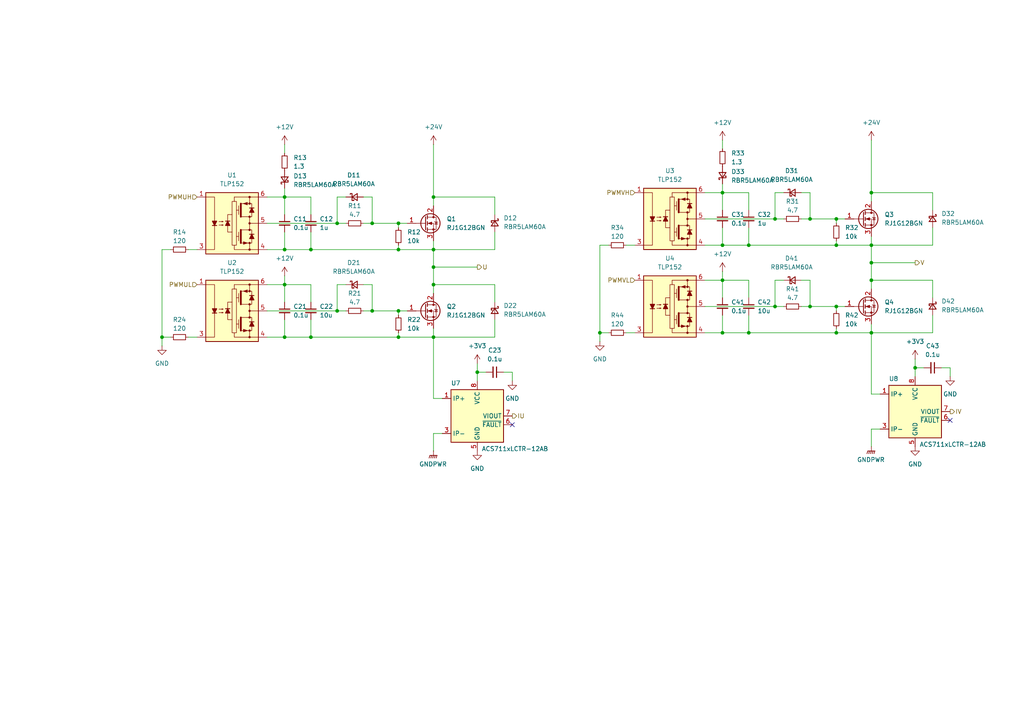
<source format=kicad_sch>
(kicad_sch (version 20231120) (generator "eeschema") (generator_version "8.0")
  (paper "A4")
  (lib_symbols
    (symbol "BLMD:TLP152"
      (property "Reference" "U" (at 0 12.7 0))
      (property "Value" "TLP152" (at 0 10.16 0))
      (symbol "TLP152_1_1"
        (pin passive line (at -10.16 7.62 0) (length 2.54) (name "") (number "1"))
        (pin no_connect line (at -7.62 0 0) (length 2.54) hide (name "NC") (number "2"))
        (pin passive line (at -10.16 -7.62 0) (length 2.54) (name "") (number "3"))
        (pin power_in line (at 10.16 -7.62 180) (length 2.54) (name "") (number "4"))
        (pin output line (at 10.16 0 180) (length 2.54) (name "") (number "5"))
        (pin power_in line (at 10.16 7.62 180) (length 2.54) (name "") (number "6"))
      )
    )
    (symbol "Device:C_Small" (pin_numbers hide) (pin_names (offset 0.254) hide)
      (property "Reference" "C" (at 0.254 1.778 0))
      (property "Value" "C_Small" (at 0.254 -2.032 0))
      (symbol "C_Small_1_1"
        (pin passive line (at 0 2.54 270) (length 2.032) (name "~") (number "1"))
        (pin passive line (at 0 -2.54 90) (length 2.032) (name "~") (number "2"))
      )
    )
    (symbol "Device:D_Schottky_Small" (pin_numbers hide) (pin_names (offset 0.254) hide)
      (property "Reference" "D" (at -1.27 2.032 0))
      (property "Value" "D_Schottky_Small" (at -7.112 -2.032 0))
      (symbol "D_Schottky_Small_1_1"
        (pin passive line (at -2.54 0 0) (length 1.778) (name "K") (number "1"))
        (pin passive line (at 2.54 0 180) (length 1.778) (name "A") (number "2"))
      )
    )
    (symbol "Device:Q_NMOS_GDS" (pin_names (offset 0) hide)
      (property "Reference" "Q" (at 5.08 1.27 0))
      (property "Value" "Q_NMOS_GDS" (at 5.08 -1.27 0))
      (symbol "Q_NMOS_GDS_1_1"
        (pin input line (at -5.08 0 0) (length 2.54) (name "G") (number "1"))
        (pin passive line (at 2.54 5.08 270) (length 2.54) (name "D") (number "2"))
        (pin passive line (at 2.54 -5.08 90) (length 2.54) (name "S") (number "3"))
      )
    )
    (symbol "Device:R_Small" (pin_numbers hide) (pin_names (offset 0.254) hide)
      (property "Reference" "R" (at 0.762 0.508 0))
      (property "Value" "R_Small" (at 0.762 -1.016 0))
      (symbol "R_Small_1_1"
        (pin passive line (at 0 2.54 270) (length 0.762) (name "~") (number "1"))
        (pin passive line (at 0 -2.54 90) (length 0.762) (name "~") (number "2"))
      )
    )
    (symbol "Sensor_Current:ACS711xLCTR-12AB"
      (property "Reference" "U" (at 8.89 6.35 0))
      (property "Value" "ACS711xLCTR-12AB" (at 8.89 3.81 0))
      (symbol "ACS711xLCTR-12AB_1_1"
        (pin passive line (at -10.16 5.08 0) (length 2.54) (name "IP+") (number "1"))
        (pin passive line (at -10.16 5.08 0) (length 2.54) hide (name "IP+") (number "2"))
        (pin passive line (at -10.16 -5.08 0) (length 2.54) (name "IP-") (number "3"))
        (pin passive line (at -10.16 -5.08 0) (length 2.54) hide (name "IP-") (number "4"))
        (pin power_in line (at 0 -10.16 90) (length 2.54) (name "GND") (number "5"))
        (pin output line (at 10.16 -2.54 180) (length 2.54) (name "~{FAULT}") (number "6"))
        (pin output line (at 10.16 0 180) (length 2.54) (name "VIOUT") (number "7"))
        (pin power_in line (at 0 10.16 270) (length 2.54) (name "VCC") (number "8"))
      )
    )
    (symbol "TLP152_1"
      (property "Reference" "U" (at 0 12.7 0))
      (property "Value" "TLP152" (at 0 10.16 0))
      (symbol "TLP152_1_1_1"
        (pin passive line (at -10.16 7.62 0) (length 2.54) (name "") (number "1"))
        (pin no_connect line (at -7.62 0 0) (length 2.54) hide (name "NC") (number "2"))
        (pin passive line (at -10.16 -7.62 0) (length 2.54) (name "") (number "3"))
        (pin power_in line (at 10.16 -7.62 180) (length 2.54) (name "") (number "4"))
        (pin output line (at 10.16 0 180) (length 2.54) (name "") (number "5"))
        (pin power_in line (at 10.16 7.62 180) (length 2.54) (name "") (number "6"))
      )
    )
    (symbol "power:+12V" (power) (pin_numbers hide) (pin_names (offset 0) hide)
      (property "Value" "+12V" (at 0 3.556 0))
      (symbol "+12V_1_1"
        (pin power_in line (at 0 0 90) (length 0) (name "~") (number "1"))
      )
    )
    (symbol "power:+24V" (power) (pin_numbers hide) (pin_names (offset 0) hide)
      (property "Value" "+24V" (at 0 3.556 0))
      (symbol "+24V_1_1"
        (pin power_in line (at 0 0 90) (length 0) (name "~") (number "1"))
      )
    )
    (symbol "power:+3V3" (power) (pin_numbers hide) (pin_names (offset 0) hide)
      (property "Value" "+3V3" (at 0 3.556 0))
      (symbol "+3V3_1_1"
        (pin power_in line (at 0 0 90) (length 0) (name "~") (number "1"))
      )
    )
    (symbol "power:GND" (power) (pin_numbers hide) (pin_names (offset 0) hide)
      (property "Value" "GND" (at 0 -3.81 0))
      (symbol "GND_1_1"
        (pin power_in line (at 0 0 270) (length 0) (name "~") (number "1"))
      )
    )
    (symbol "power:GNDPWR" (power) (pin_numbers hide) (pin_names (offset 0) hide)
      (property "Value" "GNDPWR" (at 0 -3.302 0))
      (symbol "GNDPWR_1_1"
        (pin power_in line (at 0 0 270) (length 0) (name "~") (number "1"))
      )
    )
  )
  (junction (at 242.57 71.12))
  (junction (at 125.73 97.79))
  (junction (at 386.08 80.01))
  (junction (at 97.79 90.17))
  (junction (at 386.08 95.25))
  (junction (at 252.73 71.12))
  (junction (at 224.79 88.9))
  (junction (at 265.43 106.68))
  (junction (at 252.73 76.2))
  (junction (at 252.73 96.52))
  (junction (at 115.57 90.17))
  (junction (at 209.55 96.52))
  (junction (at 107.95 64.77))
  (junction (at 125.73 57.15))
  (junction (at 342.9 69.85))
  (junction (at 90.17 72.39))
  (junction (at 107.95 90.17))
  (junction (at 386.08 69.85))
  (junction (at 375.92 69.85))
  (junction (at 90.17 97.79))
  (junction (at 173.99 96.52))
  (junction (at 342.9 54.61))
  (junction (at 138.43 107.95))
  (junction (at 125.73 77.47))
  (junction (at 46.99 97.79))
  (junction (at 82.55 97.79))
  (junction (at 252.73 55.88))
  (junction (at 125.73 72.39))
  (junction (at 242.57 96.52))
  (junction (at 386.08 74.93))
  (junction (at 358.14 87.63))
  (junction (at 350.52 69.85))
  (junction (at 234.95 88.9))
  (junction (at 115.57 64.77))
  (junction (at 375.92 95.25))
  (junction (at 398.78 105.41))
  (junction (at 242.57 88.9))
  (junction (at 115.57 72.39))
  (junction (at 252.73 81.28))
  (junction (at 115.57 97.79))
  (junction (at 209.55 81.28))
  (junction (at 368.3 62.23))
  (junction (at 342.9 80.01))
  (junction (at 386.08 54.61))
  (junction (at 368.3 87.63))
  (junction (at 307.34 95.25))
  (junction (at 217.17 71.12))
  (junction (at 342.9 95.25))
  (junction (at 82.55 57.15))
  (junction (at 82.55 72.39))
  (junction (at 82.55 82.55))
  (junction (at 375.92 87.63))
  (junction (at 125.73 82.55))
  (junction (at 375.92 62.23))
  (junction (at 234.95 63.5))
  (junction (at 97.79 64.77))
  (junction (at 242.57 63.5))
  (junction (at 350.52 95.25))
  (junction (at 358.14 62.23))
  (junction (at 209.55 55.88))
  (junction (at 224.79 63.5))
  (junction (at 217.17 96.52))
  (junction (at 209.55 71.12))
  (no_connect (at 408.94 120.65))
  (no_connect (at 148.59 123.19))
  (no_connect (at 275.59 121.92))
  (wire (pts (xy 138.43 105.41) (xy 138.43 107.95)))
  (wire (pts (xy 350.52 85.09) (xy 350.52 80.01)))
  (wire (pts (xy 217.17 81.28) (xy 209.55 81.28)))
  (wire (pts (xy 386.08 54.61) (xy 386.08 57.15)))
  (wire (pts (xy 234.95 63.5) (xy 242.57 63.5)))
  (wire (pts (xy 143.51 87.63) (xy 143.51 82.55)))
  (wire (pts (xy 252.73 76.2) (xy 265.43 76.2)))
  (wire (pts (xy 234.95 81.28) (xy 234.95 88.9)))
  (wire (pts (xy 217.17 55.88) (xy 209.55 55.88)))
  (wire (pts (xy 90.17 67.31) (xy 90.17 72.39)))
  (wire (pts (xy 224.79 63.5) (xy 227.33 63.5)))
  (wire (pts (xy 386.08 39.37) (xy 386.08 54.61)))
  (wire (pts (xy 350.52 64.77) (xy 350.52 69.85)))
  (wire (pts (xy 97.79 64.77) (xy 100.33 64.77)))
  (wire (pts (xy 125.73 95.25) (xy 125.73 97.79)))
  (wire (pts (xy 46.99 97.79) (xy 49.53 97.79)))
  (wire (pts (xy 252.73 124.46) (xy 255.27 124.46)))
  (wire (pts (xy 350.52 80.01) (xy 342.9 80.01)))
  (wire (pts (xy 209.55 53.34) (xy 209.55 55.88)))
  (wire (pts (xy 368.3 54.61) (xy 368.3 62.23)))
  (wire (pts (xy 350.52 59.69) (xy 350.52 54.61)))
  (wire (pts (xy 342.9 54.61) (xy 342.9 59.69)))
  (wire (pts (xy 252.73 40.64) (xy 252.73 55.88)))
  (wire (pts (xy 115.57 90.17) (xy 115.57 91.44)))
  (wire (pts (xy 176.53 71.12) (xy 173.99 71.12)))
  (wire (pts (xy 115.57 90.17) (xy 118.11 90.17)))
  (wire (pts (xy 368.3 80.01) (xy 368.3 87.63)))
  (wire (pts (xy 125.73 57.15) (xy 125.73 59.69)))
  (wire (pts (xy 181.61 96.52) (xy 184.15 96.52)))
  (wire (pts (xy 307.34 69.85) (xy 307.34 95.25)))
  (wire (pts (xy 386.08 74.93) (xy 398.78 74.93)))
  (wire (pts (xy 209.55 66.04) (xy 209.55 71.12)))
  (wire (pts (xy 82.55 92.71) (xy 82.55 97.79)))
  (wire (pts (xy 232.41 81.28) (xy 234.95 81.28)))
  (wire (pts (xy 252.73 68.58) (xy 252.73 71.12)))
  (wire (pts (xy 375.92 95.25) (xy 386.08 95.25)))
  (wire (pts (xy 337.82 95.25) (xy 342.9 95.25)))
  (wire (pts (xy 143.51 97.79) (xy 125.73 97.79)))
  (wire (pts (xy 375.92 62.23) (xy 378.46 62.23)))
  (wire (pts (xy 365.76 87.63) (xy 368.3 87.63)))
  (wire (pts (xy 365.76 62.23) (xy 368.3 62.23)))
  (wire (pts (xy 138.43 107.95) (xy 138.43 110.49)))
  (wire (pts (xy 350.52 95.25) (xy 375.92 95.25)))
  (wire (pts (xy 232.41 88.9) (xy 234.95 88.9)))
  (wire (pts (xy 408.94 105.41) (xy 406.4 105.41)))
  (wire (pts (xy 125.73 77.47) (xy 125.73 82.55)))
  (wire (pts (xy 54.61 97.79) (xy 57.15 97.79)))
  (wire (pts (xy 217.17 86.36) (xy 217.17 81.28)))
  (wire (pts (xy 224.79 55.88) (xy 227.33 55.88)))
  (wire (pts (xy 82.55 67.31) (xy 82.55 72.39)))
  (wire (pts (xy 252.73 81.28) (xy 252.73 83.82)))
  (wire (pts (xy 375.92 93.98) (xy 375.92 95.25)))
  (wire (pts (xy 252.73 96.52) (xy 252.73 114.3)))
  (wire (pts (xy 82.55 41.91) (xy 82.55 44.45)))
  (wire (pts (xy 97.79 82.55) (xy 100.33 82.55)))
  (wire (pts (xy 252.73 93.98) (xy 252.73 96.52)))
  (wire (pts (xy 232.41 55.88) (xy 234.95 55.88)))
  (wire (pts (xy 242.57 69.85) (xy 242.57 71.12)))
  (wire (pts (xy 375.92 87.63) (xy 375.92 88.9)))
  (wire (pts (xy 125.73 82.55) (xy 143.51 82.55)))
  (wire (pts (xy 386.08 123.19) (xy 388.62 123.19)))
  (wire (pts (xy 217.17 71.12) (xy 242.57 71.12)))
  (wire (pts (xy 337.82 54.61) (xy 342.9 54.61)))
  (wire (pts (xy 398.78 105.41) (xy 398.78 107.95)))
  (wire (pts (xy 342.9 69.85) (xy 350.52 69.85)))
  (wire (pts (xy 386.08 80.01) (xy 386.08 82.55)))
  (wire (pts (xy 388.62 113.03) (xy 386.08 113.03)))
  (wire (pts (xy 242.57 63.5) (xy 245.11 63.5)))
  (wire (pts (xy 375.92 68.58) (xy 375.92 69.85)))
  (wire (pts (xy 342.9 77.47) (xy 342.9 80.01)))
  (wire (pts (xy 90.17 57.15) (xy 82.55 57.15)))
  (wire (pts (xy 125.73 77.47) (xy 138.43 77.47)))
  (wire (pts (xy 115.57 71.12) (xy 115.57 72.39)))
  (wire (pts (xy 350.52 54.61) (xy 342.9 54.61)))
  (wire (pts (xy 97.79 64.77) (xy 97.79 57.15)))
  (wire (pts (xy 375.92 62.23) (xy 375.92 63.5)))
  (wire (pts (xy 252.73 55.88) (xy 270.51 55.88)))
  (wire (pts (xy 270.51 60.96) (xy 270.51 55.88)))
  (wire (pts (xy 358.14 80.01) (xy 360.68 80.01)))
  (wire (pts (xy 209.55 55.88) (xy 209.55 60.96)))
  (wire (pts (xy 403.86 59.69) (xy 403.86 54.61)))
  (wire (pts (xy 125.73 69.85) (xy 125.73 72.39)))
  (wire (pts (xy 82.55 80.01) (xy 82.55 82.55)))
  (wire (pts (xy 115.57 64.77) (xy 115.57 66.04)))
  (wire (pts (xy 255.27 114.3) (xy 252.73 114.3)))
  (wire (pts (xy 242.57 88.9) (xy 245.11 88.9)))
  (wire (pts (xy 125.73 130.81) (xy 125.73 125.73)))
  (wire (pts (xy 403.86 85.09) (xy 403.86 80.01)))
  (wire (pts (xy 173.99 96.52) (xy 173.99 99.06)))
  (wire (pts (xy 408.94 107.95) (xy 408.94 105.41)))
  (wire (pts (xy 403.86 69.85) (xy 386.08 69.85)))
  (wire (pts (xy 107.95 57.15) (xy 107.95 64.77)))
  (wire (pts (xy 337.82 69.85) (xy 342.9 69.85)))
  (wire (pts (xy 265.43 104.14) (xy 265.43 106.68)))
  (wire (pts (xy 204.47 81.28) (xy 209.55 81.28)))
  (wire (pts (xy 224.79 88.9) (xy 227.33 88.9)))
  (wire (pts (xy 49.53 72.39) (xy 46.99 72.39)))
  (wire (pts (xy 90.17 82.55) (xy 82.55 82.55)))
  (wire (pts (xy 125.73 82.55) (xy 125.73 85.09)))
  (wire (pts (xy 242.57 63.5) (xy 242.57 64.77)))
  (wire (pts (xy 403.86 95.25) (xy 386.08 95.25)))
  (wire (pts (xy 265.43 106.68) (xy 267.97 106.68)))
  (wire (pts (xy 224.79 63.5) (xy 224.79 55.88)))
  (wire (pts (xy 107.95 82.55) (xy 107.95 90.17)))
  (wire (pts (xy 105.41 82.55) (xy 107.95 82.55)))
  (wire (pts (xy 342.9 95.25) (xy 350.52 95.25)))
  (wire (pts (xy 252.73 129.54) (xy 252.73 124.46)))
  (wire (pts (xy 77.47 57.15) (xy 82.55 57.15)))
  (wire (pts (xy 217.17 66.04) (xy 217.17 71.12)))
  (wire (pts (xy 386.08 54.61) (xy 403.86 54.61)))
  (wire (pts (xy 204.47 55.88) (xy 209.55 55.88)))
  (wire (pts (xy 77.47 64.77) (xy 97.79 64.77)))
  (wire (pts (xy 204.47 96.52) (xy 209.55 96.52)))
  (wire (pts (xy 90.17 72.39) (xy 115.57 72.39)))
  (wire (pts (xy 77.47 90.17) (xy 97.79 90.17)))
  (wire (pts (xy 181.61 71.12) (xy 184.15 71.12)))
  (wire (pts (xy 82.55 97.79) (xy 90.17 97.79)))
  (wire (pts (xy 77.47 97.79) (xy 82.55 97.79)))
  (wire (pts (xy 209.55 71.12) (xy 217.17 71.12)))
  (wire (pts (xy 143.51 62.23) (xy 143.51 57.15)))
  (wire (pts (xy 82.55 82.55) (xy 82.55 87.63)))
  (wire (pts (xy 350.52 69.85) (xy 375.92 69.85)))
  (wire (pts (xy 242.57 95.25) (xy 242.57 96.52)))
  (wire (pts (xy 368.3 62.23) (xy 375.92 62.23)))
  (wire (pts (xy 82.55 54.61) (xy 82.55 57.15)))
  (wire (pts (xy 252.73 81.28) (xy 270.51 81.28)))
  (wire (pts (xy 105.41 64.77) (xy 107.95 64.77)))
  (wire (pts (xy 82.55 57.15) (xy 82.55 62.23)))
  (wire (pts (xy 234.95 88.9) (xy 242.57 88.9)))
  (wire (pts (xy 270.51 96.52) (xy 252.73 96.52)))
  (wire (pts (xy 209.55 91.44) (xy 209.55 96.52)))
  (wire (pts (xy 77.47 82.55) (xy 82.55 82.55)))
  (wire (pts (xy 173.99 96.52) (xy 176.53 96.52)))
  (wire (pts (xy 209.55 40.64) (xy 209.55 43.18)))
  (wire (pts (xy 148.59 110.49) (xy 148.59 107.95)))
  (wire (pts (xy 386.08 74.93) (xy 386.08 80.01)))
  (wire (pts (xy 107.95 90.17) (xy 115.57 90.17)))
  (wire (pts (xy 242.57 88.9) (xy 242.57 90.17)))
  (wire (pts (xy 275.59 106.68) (xy 273.05 106.68)))
  (wire (pts (xy 368.3 87.63) (xy 375.92 87.63)))
  (wire (pts (xy 358.14 87.63) (xy 358.14 80.01)))
  (wire (pts (xy 125.73 57.15) (xy 143.51 57.15)))
  (wire (pts (xy 252.73 71.12) (xy 252.73 76.2)))
  (wire (pts (xy 234.95 55.88) (xy 234.95 63.5)))
  (wire (pts (xy 270.51 91.44) (xy 270.51 96.52)))
  (wire (pts (xy 54.61 72.39) (xy 57.15 72.39)))
  (wire (pts (xy 115.57 97.79) (xy 125.73 97.79)))
  (wire (pts (xy 242.57 71.12) (xy 252.73 71.12)))
  (wire (pts (xy 217.17 60.96) (xy 217.17 55.88)))
  (wire (pts (xy 46.99 72.39) (xy 46.99 97.79)))
  (wire (pts (xy 125.73 72.39) (xy 125.73 77.47)))
  (wire (pts (xy 46.99 97.79) (xy 46.99 100.33)))
  (wire (pts (xy 105.41 57.15) (xy 107.95 57.15)))
  (wire (pts (xy 337.82 80.01) (xy 342.9 80.01)))
  (wire (pts (xy 90.17 97.79) (xy 115.57 97.79)))
  (wire (pts (xy 398.78 102.87) (xy 398.78 105.41)))
  (wire (pts (xy 204.47 71.12) (xy 209.55 71.12)))
  (wire (pts (xy 342.9 64.77) (xy 342.9 69.85)))
  (wire (pts (xy 386.08 69.85) (xy 386.08 74.93)))
  (wire (pts (xy 224.79 88.9) (xy 224.79 81.28)))
  (wire (pts (xy 115.57 96.52) (xy 115.57 97.79)))
  (wire (pts (xy 307.34 95.25) (xy 309.88 95.25)))
  (wire (pts (xy 242.57 96.52) (xy 252.73 96.52)))
  (wire (pts (xy 224.79 81.28) (xy 227.33 81.28)))
  (wire (pts (xy 337.82 62.23) (xy 358.14 62.23)))
  (wire (pts (xy 403.86 90.17) (xy 403.86 95.25)))
  (wire (pts (xy 97.79 57.15) (xy 100.33 57.15)))
  (wire (pts (xy 314.96 69.85) (xy 317.5 69.85)))
  (wire (pts (xy 125.73 115.57) (xy 125.73 97.79)))
  (wire (pts (xy 403.86 64.77) (xy 403.86 69.85)))
  (wire (pts (xy 148.59 107.95) (xy 146.05 107.95)))
  (wire (pts (xy 204.47 88.9) (xy 224.79 88.9)))
  (wire (pts (xy 209.55 96.52) (xy 217.17 96.52)))
  (wire (pts (xy 375.92 87.63) (xy 378.46 87.63)))
  (wire (pts (xy 82.55 72.39) (xy 90.17 72.39)))
  (wire (pts (xy 143.51 72.39) (xy 125.73 72.39)))
  (wire (pts (xy 77.47 72.39) (xy 82.55 72.39)))
  (wire (pts (xy 386.08 92.71) (xy 386.08 95.25)))
  (wire (pts (xy 358.14 62.23) (xy 358.14 54.61)))
  (wire (pts (xy 209.55 81.28) (xy 209.55 86.36)))
  (wire (pts (xy 386.08 95.25) (xy 386.08 113.03)))
  (wire (pts (xy 252.73 76.2) (xy 252.73 81.28)))
  (wire (pts (xy 90.17 62.23) (xy 90.17 57.15)))
  (wire (pts (xy 386.08 128.27) (xy 386.08 123.19)))
  (wire (pts (xy 358.14 62.23) (xy 360.68 62.23)))
  (wire (pts (xy 252.73 55.88) (xy 252.73 58.42)))
  (wire (pts (xy 375.92 69.85) (xy 386.08 69.85)))
  (wire (pts (xy 115.57 64.77) (xy 118.11 64.77)))
  (wire (pts (xy 105.41 90.17) (xy 107.95 90.17)))
  (wire (pts (xy 138.43 107.95) (xy 140.97 107.95)))
  (wire (pts (xy 358.14 54.61) (xy 360.68 54.61)))
  (wire (pts (xy 386.08 80.01) (xy 403.86 80.01)))
  (wire (pts (xy 365.76 54.61) (xy 368.3 54.61)))
  (wire (pts (xy 265.43 106.68) (xy 265.43 109.22)))
  (wire (pts (xy 342.9 39.37) (xy 342.9 41.91)))
  (wire (pts (xy 173.99 71.12) (xy 173.99 96.52)))
  (wire (pts (xy 209.55 78.74) (xy 209.55 81.28)))
  (wire (pts (xy 90.17 87.63) (xy 90.17 82.55)))
  (wire (pts (xy 125.73 41.91) (xy 125.73 57.15)))
  (wire (pts (xy 217.17 96.52) (xy 242.57 96.52)))
  (wire (pts (xy 307.34 95.25) (xy 307.34 97.79)))
  (wire (pts (xy 143.51 92.71) (xy 143.51 97.79)))
  (wire (pts (xy 143.51 67.31) (xy 143.51 72.39)))
  (wire (pts (xy 342.9 52.07) (xy 342.9 54.61)))
  (wire (pts (xy 128.27 115.57) (xy 125.73 115.57)))
  (wire (pts (xy 97.79 90.17) (xy 100.33 90.17)))
  (wire (pts (xy 107.95 64.77) (xy 115.57 64.77)))
  (wire (pts (xy 125.73 125.73) (xy 128.27 125.73)))
  (wire (pts (xy 314.96 95.25) (xy 317.5 95.25)))
  (wire (pts (xy 358.14 87.63) (xy 360.68 87.63)))
  (wire (pts (xy 270.51 86.36) (xy 270.51 81.28)))
  (wire (pts (xy 350.52 90.17) (xy 350.52 95.25)))
  (wire (pts (xy 204.47 63.5) (xy 224.79 63.5)))
  (wire (pts (xy 97.79 90.17) (xy 97.79 82.55)))
  (wire (pts (xy 398.78 105.41) (xy 401.32 105.41)))
  (wire (pts (xy 90.17 92.71) (xy 90.17 97.79)))
  (wire (pts (xy 342.9 90.17) (xy 342.9 95.25)))
  (wire (pts (xy 386.08 67.31) (xy 386.08 69.85)))
  (wire (pts (xy 309.88 69.85) (xy 307.34 69.85)))
  (wire (pts (xy 232.41 63.5) (xy 234.95 63.5)))
  (wire (pts (xy 365.76 80.01) (xy 368.3 80.01)))
  (wire (pts (xy 217.17 91.44) (xy 217.17 96.52)))
  (wire (pts (xy 275.59 109.22) (xy 275.59 106.68)))
  (wire (pts (xy 115.57 72.39) (xy 125.73 72.39)))
  (wire (pts (xy 270.51 71.12) (xy 252.73 71.12)))
  (wire (pts (xy 337.82 87.63) (xy 358.14 87.63)))
  (wire (pts (xy 342.9 80.01) (xy 342.9 85.09)))
  (wire (pts (xy 270.51 66.04) (xy 270.51 71.12)))
  (hierarchical_label "PWMUH" (shape input) (at 57.15 57.15 180))
  (hierarchical_label "IU" (shape output) (at 148.59 120.65 0))
  (hierarchical_label "PWMVL" (shape input) (at 184.15 81.28 180))
  (hierarchical_label "W" (shape output) (at 398.78 74.93 0))
  (hierarchical_label "PWMWH" (shape input) (at 317.5 54.61 180))
  (hierarchical_label "IW" (shape output) (at 408.94 118.11 0))
  (hierarchical_label "U" (shape output) (at 138.43 77.47 0))
  (hierarchical_label "PWMVH" (shape input) (at 184.15 55.88 180))
  (hierarchical_label "V" (shape output) (at 265.43 76.2 0))
  (hierarchical_label "IV" (shape output) (at 275.59 119.38 0))
  (hierarchical_label "PWMWL" (shape input) (at 317.5 80.01 180))
  (hierarchical_label "PWMUL" (shape input) (at 57.15 82.55 180))
  (symbol (lib_id "Device:Q_NMOS_GDS") (at 123.19 64.77 0) (unit 1)
    (property "Reference" "Q1" (at 129.54 63.5 0) (effects (justify left)))
    (property "Value" "RJ1G12BGN" (at 129.54 66.04 0) (effects (justify left)))
    (property "Footprint" "Package_TO_SOT_SMD:TO-263-2" (effects (hide yes)))
    (property "Datasheet" "datasheets/RJ1G12BGN.pdf" (effects (hide yes)))
    (property "Description" "N-MOSFET transistor, gate/drain/source" (effects (hide yes)))
  )
  (symbol (lib_id "power:GND") (at 307.34 97.79 0) (unit 1)
    (property "Reference" "#PWR011" (effects (hide yes)))
    (property "Value" "GND" (at 307.34 102.87 0))
    (property "Description" "Power symbol creates a global label with name \"GND\" , ground" (effects (hide yes)))
  )
  (symbol (lib_id "Device:C_Small") (at 270.51 106.68 270) (unit 1)
    (property "Reference" "C43" (at 270.5036 100.33 90))
    (property "Value" "0.1u" (at 270.5036 102.87 90))
    (property "Footprint" "Capacitor_SMD:C_0603_1608Metric_Pad1.08x0.95mm_HandSolder" (effects (hide yes)))
    (property "Description" "Unpolarized capacitor, small symbol" (effects (hide yes)))
  )
  (symbol (lib_id "Device:D_Schottky_Small") (at 229.87 55.88 0) (unit 1)
    (property "Reference" "D31" (at 229.616 49.53 0))
    (property "Value" "RBR5LAM60A" (at 229.616 52.07 0))
    (property "Footprint" "Diode_SMD:D_SOD-128" (effects (hide yes)))
    (property "Datasheet" "datasheets/RBR5LAM60A.pdf" (effects (hide yes)))
    (property "Description" "Schottky diode, small symbol" (effects (hide yes)))
  )
  (symbol (lib_id "Device:C_Small") (at 217.17 63.5 0) (unit 1)
    (property "Reference" "C32" (at 219.71 62.2363 0) (effects (justify left)))
    (property "Value" "1u" (at 219.71 64.7763 0) (effects (justify left)))
    (property "Footprint" "Capacitor_SMD:C_0603_1608Metric_Pad1.08x0.95mm_HandSolder" (effects (hide yes)))
    (property "Description" "Unpolarized capacitor, small symbol" (effects (hide yes)))
  )
  (symbol (lib_id "Device:R_Small") (at 375.92 66.04 0) (unit 1)
    (property "Reference" "R52" (at 378.46 64.77 0) (effects (justify left)))
    (property "Value" "10k" (at 378.46 67.31 0) (effects (justify left)))
    (property "Footprint" "Resistor_SMD:R_0603_1608Metric_Pad0.98x0.95mm_HandSolder" (effects (hide yes)))
    (property "Description" "Resistor, small symbol" (effects (hide yes)))
  )
  (symbol (lib_id "power:GND") (at 275.59 109.22 0) (unit 1)
    (property "Reference" "#PWR022" (effects (hide yes)))
    (property "Value" "GND" (at 275.59 114.3 0))
    (property "Description" "Power symbol creates a global label with name \"GND\" , ground" (effects (hide yes)))
  )
  (symbol (lib_id "Device:C_Small") (at 350.52 62.23 0) (unit 1)
    (property "Reference" "C52" (at 353.06 60.9663 0) (effects (justify left)))
    (property "Value" "1u" (at 353.06 63.5063 0) (effects (justify left)))
    (property "Footprint" "Capacitor_SMD:C_0603_1608Metric_Pad1.08x0.95mm_HandSolder" (effects (hide yes)))
    (property "Description" "Unpolarized capacitor, small symbol" (effects (hide yes)))
  )
  (symbol (lib_id "power:GND") (at 398.78 128.27 0) (unit 1)
    (property "Reference" "#PWR024" (effects (hide yes)))
    (property "Value" "GND" (at 398.78 133.35 0))
    (property "Description" "Power symbol creates a global label with name \"GND\" , ground" (effects (hide yes)))
  )
  (symbol (lib_id "Device:C_Small") (at 82.55 90.17 0) (unit 1)
    (property "Reference" "C21" (at 85.09 88.9063 0) (effects (justify left)))
    (property "Value" "0.1u" (at 85.09 91.4463 0) (effects (justify left)))
    (property "Footprint" "Capacitor_SMD:C_0603_1608Metric_Pad1.08x0.95mm_HandSolder" (effects (hide yes)))
    (property "Description" "Unpolarized capacitor, small symbol" (effects (hide yes)))
  )
  (symbol (lib_id "power:GND") (at 408.94 107.95 0) (unit 1)
    (property "Reference" "#PWR025" (effects (hide yes)))
    (property "Value" "GND" (at 408.94 113.03 0))
    (property "Description" "Power symbol creates a global label with name \"GND\" , ground" (effects (hide yes)))
  )
  (symbol (lib_id "power:+12V") (at 209.55 40.64 0) (unit 1)
    (property "Reference" "#PWR07" (effects (hide yes)))
    (property "Value" "+12V" (at 209.55 35.56 0))
    (property "Description" "Power symbol creates a global label with name \"+12V\"" (effects (hide yes)))
  )
  (symbol (lib_id "Sensor_Current:ACS711xLCTR-12AB") (at 138.43 120.65 0) (unit 1)
    (property "Reference" "U7" (at 130.81 111.125 0) (effects (justify left)))
    (property "Value" "ACS711xLCTR-12AB" (at 139.7 130.175 0) (effects (justify left)))
    (property "Footprint" "Package_SO:SOIC-8_3.9x4.9mm_P1.27mm" (effects (hide yes)))
    (property "Datasheet" "http://www.allegromicro.com/~/Media/Files/Datasheets/ACS711-Datasheet.ashx" (effects (hide yes)))
    (property "Description" "±12.5A Bidirectional Hall-Effect Current Sensor, +3.3V supply, 110mV/A, SOIC-8" (effects (hide yes)))
  )
  (symbol (lib_name "TLP152_1") (lib_id "BLMD:TLP152") (at 327.66 62.23 0) (unit 1)
    (property "Reference" "U5" (at 327.66 48.26 0))
    (property "Value" "TLP152" (at 327.66 50.8 0))
    (property "Footprint" "Package_SO:SO-6_4.4x3.6mm_P1.27mm" (effects (hide yes)))
    (property "Datasheet" "datasheets/TLP152.pdf" (effects (hide yes)))
  )
  (symbol (lib_id "Device:C_Small") (at 143.51 107.95 270) (unit 1)
    (property "Reference" "C23" (at 143.5036 101.6 90))
    (property "Value" "0.1u" (at 143.5036 104.14 90))
    (property "Footprint" "Capacitor_SMD:C_0603_1608Metric_Pad1.08x0.95mm_HandSolder" (effects (hide yes)))
    (property "Description" "Unpolarized capacitor, small symbol" (effects (hide yes)))
  )
  (symbol (lib_id "Device:R_Small") (at 179.07 71.12 90) (unit 1)
    (property "Reference" "R34" (at 179.07 66.04 90))
    (property "Value" "120" (at 179.07 68.58 90))
    (property "Footprint" "Resistor_SMD:R_0603_1608Metric_Pad0.98x0.95mm_HandSolder" (effects (hide yes)))
    (property "Description" "Resistor, small symbol" (effects (hide yes)))
  )
  (symbol (lib_id "Device:D_Schottky_Small") (at 143.51 64.77 270) (unit 1)
    (property "Reference" "D12" (at 146.05 63.246 90) (effects (justify left)))
    (property "Value" "RBR5LAM60A" (at 146.05 65.786 90) (effects (justify left)))
    (property "Footprint" "Diode_SMD:D_SOD-128" (effects (hide yes)))
    (property "Datasheet" "datasheets/RBR5LAM60A.pdf" (effects (hide yes)))
    (property "Description" "Schottky diode, small symbol" (effects (hide yes)))
  )
  (symbol (lib_id "power:+12V") (at 209.55 78.74 0) (unit 1)
    (property "Reference" "#PWR08" (effects (hide yes)))
    (property "Value" "+12V" (at 209.55 73.66 0))
    (property "Description" "Power symbol creates a global label with name \"+12V\"" (effects (hide yes)))
  )
  (symbol (lib_id "Device:R_Small") (at 179.07 96.52 90) (unit 1)
    (property "Reference" "R44" (at 179.07 91.44 90))
    (property "Value" "120" (at 179.07 93.98 90))
    (property "Footprint" "Resistor_SMD:R_0603_1608Metric_Pad0.98x0.95mm_HandSolder" (effects (hide yes)))
    (property "Description" "Resistor, small symbol" (effects (hide yes)))
  )
  (symbol (lib_id "power:+24V") (at 125.73 41.91 0) (unit 1)
    (property "Reference" "#PWR04" (effects (hide yes)))
    (property "Value" "+24V" (at 125.73 36.83 0))
    (property "Description" "Power symbol creates a global label with name \"+24V\"" (effects (hide yes)))
  )
  (symbol (lib_id "Device:C_Small") (at 209.55 88.9 0) (unit 1)
    (property "Reference" "C41" (at 212.09 87.6363 0) (effects (justify left)))
    (property "Value" "0.1u" (at 212.09 90.1763 0) (effects (justify left)))
    (property "Footprint" "Capacitor_SMD:C_0603_1608Metric_Pad1.08x0.95mm_HandSolder" (effects (hide yes)))
    (property "Description" "Unpolarized capacitor, small symbol" (effects (hide yes)))
  )
  (symbol (lib_id "Device:C_Small") (at 350.52 87.63 0) (unit 1)
    (property "Reference" "C62" (at 353.06 86.3663 0) (effects (justify left)))
    (property "Value" "10u" (at 353.06 88.9063 0) (effects (justify left)))
    (property "Footprint" "Capacitor_SMD:C_0603_1608Metric_Pad1.08x0.95mm_HandSolder" (effects (hide yes)))
    (property "Description" "Unpolarized capacitor, small symbol" (effects (hide yes)))
  )
  (symbol (lib_id "power:+24V") (at 386.08 39.37 0) (unit 1)
    (property "Reference" "#PWR014" (effects (hide yes)))
    (property "Value" "+24V" (at 386.08 34.29 0))
    (property "Description" "Power symbol creates a global label with name \"+24V\"" (effects (hide yes)))
  )
  (symbol (lib_id "BLMD:TLP152") (at 67.31 90.17 0) (unit 1)
    (property "Reference" "U2" (at 67.31 76.2 0))
    (property "Value" "TLP152" (at 67.31 78.74 0))
    (property "Footprint" "Package_SO:SO-6_4.4x3.6mm_P1.27mm" (effects (hide yes)))
    (property "Datasheet" "datasheets/TLP152.pdf" (effects (hide yes)))
  )
  (symbol (lib_id "Device:C_Small") (at 90.17 90.17 0) (unit 1)
    (property "Reference" "C22" (at 92.71 88.9063 0) (effects (justify left)))
    (property "Value" "10u" (at 92.71 91.4463 0) (effects (justify left)))
    (property "Footprint" "Capacitor_SMD:C_0603_1608Metric_Pad1.08x0.95mm_HandSolder" (effects (hide yes)))
    (property "Description" "Unpolarized capacitor, small symbol" (effects (hide yes)))
  )
  (symbol (lib_id "Device:R_Small") (at 375.92 91.44 0) (unit 1)
    (property "Reference" "R62" (at 378.46 90.17 0) (effects (justify left)))
    (property "Value" "10k" (at 378.46 92.71 0) (effects (justify left)))
    (property "Footprint" "Resistor_SMD:R_0603_1608Metric_Pad0.98x0.95mm_HandSolder" (effects (hide yes)))
    (property "Description" "Resistor, small symbol" (effects (hide yes)))
  )
  (symbol (lib_id "Device:R_Small") (at 363.22 87.63 90) (unit 1)
    (property "Reference" "R61" (at 363.22 82.55 90))
    (property "Value" "4.7" (at 363.22 85.09 90))
    (property "Footprint" "Resistor_SMD:R_1206_3216Metric_Pad1.30x1.75mm_HandSolder" (effects (hide yes)))
    (property "Description" "Resistor, small symbol" (effects (hide yes)))
  )
  (symbol (lib_id "Device:R_Small") (at 363.22 62.23 90) (unit 1)
    (property "Reference" "R51" (at 363.22 57.15 90))
    (property "Value" "4.7" (at 363.22 59.69 90))
    (property "Footprint" "Resistor_SMD:R_1206_3216Metric_Pad1.30x1.75mm_HandSolder" (effects (hide yes)))
    (property "Description" "Resistor, small symbol" (effects (hide yes)))
  )
  (symbol (lib_id "Device:C_Small") (at 217.17 88.9 0) (unit 1)
    (property "Reference" "C42" (at 219.71 87.6363 0) (effects (justify left)))
    (property "Value" "10u" (at 219.71 90.1763 0) (effects (justify left)))
    (property "Footprint" "Capacitor_SMD:C_0603_1608Metric_Pad1.08x0.95mm_HandSolder" (effects (hide yes)))
    (property "Description" "Unpolarized capacitor, small symbol" (effects (hide yes)))
  )
  (symbol (lib_id "Device:D_Schottky_Small") (at 102.87 82.55 0) (unit 1)
    (property "Reference" "D21" (at 102.616 76.2 0))
    (property "Value" "RBR5LAM60A" (at 102.616 78.74 0))
    (property "Footprint" "Diode_SMD:D_SOD-128" (effects (hide yes)))
    (property "Datasheet" "datasheets/RBR5LAM60A.pdf" (effects (hide yes)))
    (property "Description" "Schottky diode, small symbol" (effects (hide yes)))
  )
  (symbol (lib_id "Device:D_Schottky_Small") (at 270.51 88.9 270) (unit 1)
    (property "Reference" "D42" (at 273.05 87.376 90) (effects (justify left)))
    (property "Value" "RBR5LAM60A" (at 273.05 89.916 90) (effects (justify left)))
    (property "Footprint" "Diode_SMD:D_SOD-128" (effects (hide yes)))
    (property "Datasheet" "datasheets/RBR5LAM60A.pdf" (effects (hide yes)))
    (property "Description" "Schottky diode, small symbol" (effects (hide yes)))
  )
  (symbol (lib_id "BLMD:TLP152") (at 194.31 88.9 0) (unit 1)
    (property "Reference" "U4" (at 194.31 74.93 0))
    (property "Value" "TLP152" (at 194.31 77.47 0))
    (property "Footprint" "Package_SO:SO-6_4.4x3.6mm_P1.27mm" (effects (hide yes)))
    (property "Datasheet" "datasheets/TLP152.pdf" (effects (hide yes)))
  )
  (symbol (lib_id "power:GND") (at 138.43 130.81 0) (unit 1)
    (property "Reference" "#PWR016" (effects (hide yes)))
    (property "Value" "GND" (at 138.43 135.89 0))
    (property "Description" "Power symbol creates a global label with name \"GND\" , ground" (effects (hide yes)))
  )
  (symbol (lib_id "Device:Q_NMOS_GDS") (at 383.54 62.23 0) (unit 1)
    (property "Reference" "Q5" (at 389.89 60.96 0) (effects (justify left)))
    (property "Value" "RJ1G12BGN" (at 389.89 63.5 0) (effects (justify left)))
    (property "Footprint" "Package_TO_SOT_SMD:TO-263-2" (effects (hide yes)))
    (property "Datasheet" "datasheets/RJ1G12BGN.pdf" (effects (hide yes)))
    (property "Description" "N-MOSFET transistor, gate/drain/source" (effects (hide yes)))
  )
  (symbol (lib_id "Device:D_Schottky_Small") (at 143.51 90.17 270) (unit 1)
    (property "Reference" "D22" (at 146.05 88.646 90) (effects (justify left)))
    (property "Value" "RBR5LAM60A" (at 146.05 91.186 90) (effects (justify left)))
    (property "Footprint" "Diode_SMD:D_SOD-128" (effects (hide yes)))
    (property "Datasheet" "datasheets/RBR5LAM60A.pdf" (effects (hide yes)))
    (property "Description" "Schottky diode, small symbol" (effects (hide yes)))
  )
  (symbol (lib_id "power:GND") (at 46.99 100.33 0) (unit 1)
    (property "Reference" "#PWR01" (effects (hide yes)))
    (property "Value" "GND" (at 46.99 105.41 0))
    (property "Description" "Power symbol creates a global label with name \"GND\" , ground" (effects (hide yes)))
  )
  (symbol (lib_id "power:+12V") (at 82.55 80.01 0) (unit 1)
    (property "Reference" "#PWR03" (effects (hide yes)))
    (property "Value" "+12V" (at 82.55 74.93 0))
    (property "Description" "Power symbol creates a global label with name \"+12V\"" (effects (hide yes)))
  )
  (symbol (lib_id "Device:R_Small") (at 115.57 68.58 0) (unit 1)
    (property "Reference" "R12" (at 118.11 67.31 0) (effects (justify left)))
    (property "Value" "10k" (at 118.11 69.85 0) (effects (justify left)))
    (property "Footprint" "Resistor_SMD:R_0603_1608Metric_Pad0.98x0.95mm_HandSolder" (effects (hide yes)))
    (property "Description" "Resistor, small symbol" (effects (hide yes)))
  )
  (symbol (lib_id "Device:Q_NMOS_GDS") (at 250.19 63.5 0) (unit 1)
    (property "Reference" "Q3" (at 256.54 62.23 0) (effects (justify left)))
    (property "Value" "RJ1G12BGN" (at 256.54 64.77 0) (effects (justify left)))
    (property "Footprint" "Package_TO_SOT_SMD:TO-263-2" (effects (hide yes)))
    (property "Datasheet" "datasheets/RJ1G12BGN.pdf" (effects (hide yes)))
    (property "Description" "N-MOSFET transistor, gate/drain/source" (effects (hide yes)))
  )
  (symbol (lib_id "Device:R_Small") (at 342.9 44.45 0) (unit 1)
    (property "Reference" "R53" (at 345.44 43.18 0) (effects (justify left)))
    (property "Value" "1.3" (at 345.44 45.72 0) (effects (justify left)))
    (property "Footprint" "Resistor_SMD:R_1206_3216Metric_Pad1.30x1.75mm_HandSolder" (effects (hide yes)))
    (property "Description" "Resistor, small symbol" (effects (hide yes)))
  )
  (symbol (lib_id "Device:C_Small") (at 342.9 87.63 0) (unit 1)
    (property "Reference" "C61" (at 345.44 86.3663 0) (effects (justify left)))
    (property "Value" "0.1u" (at 345.44 88.9063 0) (effects (justify left)))
    (property "Footprint" "Capacitor_SMD:C_0603_1608Metric_Pad1.08x0.95mm_HandSolder" (effects (hide yes)))
    (property "Description" "Unpolarized capacitor, small symbol" (effects (hide yes)))
  )
  (symbol (lib_id "Device:R_Small") (at 102.87 64.77 90) (unit 1)
    (property "Reference" "R11" (at 102.87 59.69 90))
    (property "Value" "4.7" (at 102.87 62.23 90))
    (property "Footprint" "Resistor_SMD:R_1206_3216Metric_Pad1.30x1.75mm_HandSolder" (effects (hide yes)))
    (property "Description" "Resistor, small symbol" (effects (hide yes)))
  )
  (symbol (lib_id "Sensor_Current:ACS711xLCTR-12AB") (at 398.78 118.11 0) (unit 1)
    (property "Reference" "U9" (at 391.16 108.585 0) (effects (justify left)))
    (property "Value" "ACS711xLCTR-12AB" (at 400.05 127.635 0) (effects (justify left)))
    (property "Footprint" "Package_SO:SOIC-8_3.9x4.9mm_P1.27mm" (effects (hide yes)))
    (property "Datasheet" "http://www.allegromicro.com/~/Media/Files/Datasheets/ACS711-Datasheet.ashx" (effects (hide yes)))
    (property "Description" "±12.5A Bidirectional Hall-Effect Current Sensor, +3.3V supply, 110mV/A, SOIC-8" (effects (hide yes)))
  )
  (symbol (lib_id "Device:R_Small") (at 229.87 63.5 90) (unit 1)
    (property "Reference" "R31" (at 229.87 58.42 90))
    (property "Value" "4.7" (at 229.87 60.96 90))
    (property "Footprint" "Resistor_SMD:R_1206_3216Metric_Pad1.30x1.75mm_HandSolder" (effects (hide yes)))
    (property "Description" "Resistor, small symbol" (effects (hide yes)))
  )
  (symbol (lib_id "Device:Q_NMOS_GDS") (at 383.54 87.63 0) (unit 1)
    (property "Reference" "Q6" (at 389.89 86.36 0) (effects (justify left)))
    (property "Value" "RJ1G12BGN" (at 389.89 88.9 0) (effects (justify left)))
    (property "Footprint" "Package_TO_SOT_SMD:TO-263-2" (effects (hide yes)))
    (property "Datasheet" "datasheets/RJ1G12BGN.pdf" (effects (hide yes)))
    (property "Description" "N-MOSFET transistor, gate/drain/source" (effects (hide yes)))
  )
  (symbol (lib_id "power:GND") (at 173.99 99.06 0) (unit 1)
    (property "Reference" "#PWR06" (effects (hide yes)))
    (property "Value" "GND" (at 173.99 104.14 0))
    (property "Description" "Power symbol creates a global label with name \"GND\" , ground" (effects (hide yes)))
  )
  (symbol (lib_id "Device:D_Schottky_Small") (at 229.87 81.28 0) (unit 1)
    (property "Reference" "D41" (at 229.616 74.93 0))
    (property "Value" "RBR5LAM60A" (at 229.616 77.47 0))
    (property "Footprint" "Diode_SMD:D_SOD-128" (effects (hide yes)))
    (property "Datasheet" "datasheets/RBR5LAM60A.pdf" (effects (hide yes)))
    (property "Description" "Schottky diode, small symbol" (effects (hide yes)))
  )
  (symbol (lib_id "Device:C_Small") (at 82.55 64.77 0) (unit 1)
    (property "Reference" "C11" (at 85.09 63.5063 0) (effects (justify left)))
    (property "Value" "0.1u" (at 85.09 66.0463 0) (effects (justify left)))
    (property "Footprint" "Capacitor_SMD:C_0603_1608Metric_Pad1.08x0.95mm_HandSolder" (effects (hide yes)))
    (property "Description" "Unpolarized capacitor, small symbol" (effects (hide yes)))
  )
  (symbol (lib_id "Device:D_Schottky_Small") (at 209.55 50.8 90) (unit 1)
    (property "Reference" "D33" (at 212.09 49.784 90) (effects (justify right)))
    (property "Value" "RBR5LAM60A" (at 212.09 52.324 90) (effects (justify right)))
    (property "Footprint" "Diode_SMD:D_SOD-128" (effects (hide yes)))
    (property "Datasheet" "datasheets/RBR5LAM60A.pdf" (effects (hide yes)))
    (property "Description" "Schottky diode, small symbol" (effects (hide yes)))
  )
  (symbol (lib_id "Device:C_Small") (at 90.17 64.77 0) (unit 1)
    (property "Reference" "C12" (at 92.71 63.5063 0) (effects (justify left)))
    (property "Value" "1u" (at 92.71 66.0463 0) (effects (justify left)))
    (property "Footprint" "Capacitor_SMD:C_0603_1608Metric_Pad1.08x0.95mm_HandSolder" (effects (hide yes)))
    (property "Description" "Unpolarized capacitor, small symbol" (effects (hide yes)))
  )
  (symbol (lib_id "power:GNDPWR") (at 125.73 130.81 0) (unit 1)
    (property "Reference" "#PWR05" (effects (hide yes)))
    (property "Value" "GNDPWR" (at 125.603 134.62 0))
    (property "Description" "Power symbol creates a global label with name \"GNDPWR\" , global ground" (effects (hide yes)))
  )
  (symbol (lib_id "power:+12V") (at 342.9 77.47 0) (unit 1)
    (property "Reference" "#PWR013" (effects (hide yes)))
    (property "Value" "+12V" (at 342.9 72.39 0))
    (property "Description" "Power symbol creates a global label with name \"+12V\"" (effects (hide yes)))
  )
  (symbol (lib_id "power:+12V") (at 342.9 39.37 0) (unit 1)
    (property "Reference" "#PWR012" (effects (hide yes)))
    (property "Value" "+12V" (at 342.9 34.29 0))
    (property "Description" "Power symbol creates a global label with name \"+12V\"" (effects (hide yes)))
  )
  (symbol (lib_id "power:+3V3") (at 138.43 105.41 0) (unit 1)
    (property "Reference" "#PWR017" (effects (hide yes)))
    (property "Value" "+3V3" (at 138.43 100.33 0))
    (property "Description" "Power symbol creates a global label with name \"+3V3\"" (effects (hide yes)))
  )
  (symbol (lib_id "Sensor_Current:ACS711xLCTR-12AB") (at 265.43 119.38 0) (unit 1)
    (property "Reference" "U8" (at 257.81 109.855 0) (effects (justify left)))
    (property "Value" "ACS711xLCTR-12AB" (at 266.7 128.905 0) (effects (justify left)))
    (property "Footprint" "Package_SO:SOIC-8_3.9x4.9mm_P1.27mm" (effects (hide yes)))
    (property "Datasheet" "http://www.allegromicro.com/~/Media/Files/Datasheets/ACS711-Datasheet.ashx" (effects (hide yes)))
    (property "Description" "±12.5A Bidirectional Hall-Effect Current Sensor, +3.3V supply, 110mV/A, SOIC-8" (effects (hide yes)))
  )
  (symbol (lib_id "Device:C_Small") (at 403.86 105.41 270) (unit 1)
    (property "Reference" "C63" (at 403.8536 99.06 90))
    (property "Value" "0.1u" (at 403.8536 101.6 90))
    (property "Footprint" "Capacitor_SMD:C_0603_1608Metric_Pad1.08x0.95mm_HandSolder" (effects (hide yes)))
    (property "Description" "Unpolarized capacitor, small symbol" (effects (hide yes)))
  )
  (symbol (lib_id "power:+3V3") (at 265.43 104.14 0) (unit 1)
    (property "Reference" "#PWR020" (effects (hide yes)))
    (property "Value" "+3V3" (at 265.43 99.06 0))
    (property "Description" "Power symbol creates a global label with name \"+3V3\"" (effects (hide yes)))
  )
  (symbol (lib_id "Device:D_Schottky_Small") (at 270.51 63.5 270) (unit 1)
    (property "Reference" "D32" (at 273.05 61.976 90) (effects (justify left)))
    (property "Value" "RBR5LAM60A" (at 273.05 64.516 90) (effects (justify left)))
    (property "Footprint" "Diode_SMD:D_SOD-128" (effects (hide yes)))
    (property "Datasheet" "datasheets/RBR5LAM60A.pdf" (effects (hide yes)))
    (property "Description" "Schottky diode, small symbol" (effects (hide yes)))
  )
  (symbol (lib_id "Device:D_Schottky_Small") (at 363.22 54.61 0) (unit 1)
    (property "Reference" "D51" (at 362.966 48.26 0))
    (property "Value" "RBR5LAM60A" (at 362.966 50.8 0))
    (property "Footprint" "Diode_SMD:D_SOD-128" (effects (hide yes)))
    (property "Datasheet" "datasheets/RBR5LAM60A.pdf" (effects (hide yes)))
    (property "Description" "Schottky diode, small symbol" (effects (hide yes)))
  )
  (symbol (lib_id "BLMD:TLP152") (at 327.66 87.63 0) (unit 1)
    (property "Reference" "U6" (at 327.66 73.66 0))
    (property "Value" "TLP152" (at 327.66 76.2 0))
    (property "Footprint" "Package_SO:SO-6_4.4x3.6mm_P1.27mm" (effects (hide yes)))
    (property "Datasheet" "datasheets/TLP152.pdf" (effects (hide yes)))
  )
  (symbol (lib_id "Device:R_Small") (at 312.42 69.85 90) (unit 1)
    (property "Reference" "R54" (at 312.42 64.77 90))
    (property "Value" "120" (at 312.42 67.31 90))
    (property "Footprint" "Resistor_SMD:R_0603_1608Metric_Pad0.98x0.95mm_HandSolder" (effects (hide yes)))
    (property "Description" "Resistor, small symbol" (effects (hide yes)))
  )
  (symbol (lib_id "Device:R_Small") (at 229.87 88.9 90) (unit 1)
    (property "Reference" "R41" (at 229.87 83.82 90))
    (property "Value" "4.7" (at 229.87 86.36 90))
    (property "Footprint" "Resistor_SMD:R_1206_3216Metric_Pad1.30x1.75mm_HandSolder" (effects (hide yes)))
    (property "Description" "Resistor, small symbol" (effects (hide yes)))
  )
  (symbol (lib_id "power:GNDPWR") (at 386.08 128.27 0) (unit 1)
    (property "Reference" "#PWR010" (effects (hide yes)))
    (property "Value" "GNDPWR" (at 385.953 132.08 0))
    (property "Description" "Power symbol creates a global label with name \"GNDPWR\" , global ground" (effects (hide yes)))
  )
  (symbol (lib_id "power:+3V3") (at 398.78 102.87 0) (unit 1)
    (property "Reference" "#PWR023" (effects (hide yes)))
    (property "Value" "+3V3" (at 398.78 97.79 0))
    (property "Description" "Power symbol creates a global label with name \"+3V3\"" (effects (hide yes)))
  )
  (symbol (lib_id "Device:R_Small") (at 52.07 97.79 90) (unit 1)
    (property "Reference" "R24" (at 52.07 92.71 90))
    (property "Value" "120" (at 52.07 95.25 90))
    (property "Footprint" "Resistor_SMD:R_0603_1608Metric_Pad0.98x0.95mm_HandSolder" (effects (hide yes)))
    (property "Description" "Resistor, small symbol" (effects (hide yes)))
  )
  (symbol (lib_id "Device:Q_NMOS_GDS") (at 123.19 90.17 0) (unit 1)
    (property "Reference" "Q2" (at 129.54 88.9 0) (effects (justify left)))
    (property "Value" "RJ1G12BGN" (at 129.54 91.44 0) (effects (justify left)))
    (property "Footprint" "Package_TO_SOT_SMD:TO-263-2" (effects (hide yes)))
    (property "Datasheet" "datasheets/RJ1G12BGN.pdf" (effects (hide yes)))
    (property "Description" "N-MOSFET transistor, gate/drain/source" (effects (hide yes)))
  )
  (symbol (lib_name "TLP152_1") (lib_id "BLMD:TLP152") (at 67.31 64.77 0) (unit 1)
    (property "Reference" "U1" (at 67.31 50.8 0))
    (property "Value" "TLP152" (at 67.31 53.34 0))
    (property "Footprint" "Package_SO:SO-6_4.4x3.6mm_P1.27mm" (effects (hide yes)))
    (property "Datasheet" "datasheets/TLP152.pdf" (effects (hide yes)))
  )
  (symbol (lib_id "Device:D_Schottky_Small") (at 342.9 49.53 90) (unit 1)
    (property "Reference" "D53" (at 345.44 48.514 90) (effects (justify right)))
    (property "Value" "RBR5LAM60A" (at 345.44 51.054 90) (effects (justify right)))
    (property "Footprint" "Diode_SMD:D_SOD-128" (effects (hide yes)))
    (property "Datasheet" "datasheets/RBR5LAM60A.pdf" (effects (hide yes)))
    (property "Description" "Schottky diode, small symbol" (effects (hide yes)))
  )
  (symbol (lib_id "power:+24V") (at 252.73 40.64 0) (unit 1)
    (property "Reference" "#PWR09" (effects (hide yes)))
    (property "Value" "+24V" (at 252.73 35.56 0))
    (property "Description" "Power symbol creates a global label with name \"+24V\"" (effects (hide yes)))
  )
  (symbol (lib_id "Device:R_Small") (at 115.57 93.98 0) (unit 1)
    (property "Reference" "R22" (at 118.11 92.71 0) (effects (justify left)))
    (property "Value" "10k" (at 118.11 95.25 0) (effects (justify left)))
    (property "Footprint" "Resistor_SMD:R_0603_1608Metric_Pad0.98x0.95mm_HandSolder" (effects (hide yes)))
    (property "Description" "Resistor, small symbol" (effects (hide yes)))
  )
  (symbol (lib_id "power:GNDPWR") (at 252.73 129.54 0) (unit 1)
    (property "Reference" "#PWR019" (effects (hide yes)))
    (property "Value" "GNDPWR" (at 252.603 133.35 0))
    (property "Description" "Power symbol creates a global label with name \"GNDPWR\" , global ground" (effects (hide yes)))
  )
  (symbol (lib_id "Device:R_Small") (at 209.55 45.72 0) (unit 1)
    (property "Reference" "R33" (at 212.09 44.45 0) (effects (justify left)))
    (property "Value" "1.3" (at 212.09 46.99 0) (effects (justify left)))
    (property "Footprint" "Resistor_SMD:R_1206_3216Metric_Pad1.30x1.75mm_HandSolder" (effects (hide yes)))
    (property "Description" "Resistor, small symbol" (effects (hide yes)))
  )
  (symbol (lib_id "Device:Q_NMOS_GDS") (at 250.19 88.9 0) (unit 1)
    (property "Reference" "Q4" (at 256.54 87.63 0) (effects (justify left)))
    (property "Value" "RJ1G12BGN" (at 256.54 90.17 0) (effects (justify left)))
    (property "Footprint" "Package_TO_SOT_SMD:TO-263-2" (effects (hide yes)))
    (property "Datasheet" "datasheets/RJ1G12BGN.pdf" (effects (hide yes)))
    (property "Description" "N-MOSFET transistor, gate/drain/source" (effects (hide yes)))
  )
  (symbol (lib_id "Device:R_Small") (at 52.07 72.39 90) (unit 1)
    (property "Reference" "R14" (at 52.07 67.31 90))
    (property "Value" "120" (at 52.07 69.85 90))
    (property "Footprint" "Resistor_SMD:R_0603_1608Metric_Pad0.98x0.95mm_HandSolder" (effects (hide yes)))
    (property "Description" "Resistor, small symbol" (effects (hide yes)))
  )
  (symbol (lib_id "Device:D_Schottky_Small") (at 403.86 87.63 270) (unit 1)
    (property "Reference" "D62" (at 406.4 86.106 90) (effects (justify left)))
    (property "Value" "RBR5LAM60A" (at 406.4 88.646 90) (effects (justify left)))
    (property "Footprint" "Diode_SMD:D_SOD-128" (effects (hide yes)))
    (property "Datasheet" "datasheets/RBR5LAM60A.pdf" (effects (hide yes)))
    (property "Description" "Schottky diode, small symbol" (effects (hide yes)))
  )
  (symbol (lib_id "Device:R_Small") (at 242.57 92.71 0) (unit 1)
    (property "Reference" "R42" (at 245.11 91.44 0) (effects (justify left)))
    (property "Value" "10k" (at 245.11 93.98 0) (effects (justify left)))
    (property "Footprint" "Resistor_SMD:R_0603_1608Metric_Pad0.98x0.95mm_HandSolder" (effects (hide yes)))
    (property "Description" "Resistor, small symbol" (effects (hide yes)))
  )
  (symbol (lib_id "Device:D_Schottky_Small") (at 363.22 80.01 0) (unit 1)
    (property "Reference" "D61" (at 362.966 73.66 0))
    (property "Value" "RBR5LAM60A" (at 362.966 76.2 0))
    (property "Footprint" "Diode_SMD:D_SOD-128" (effects (hide yes)))
    (property "Datasheet" "datasheets/RBR5LAM60A.pdf" (effects (hide yes)))
    (property "Description" "Schottky diode, small symbol" (effects (hide yes)))
  )
  (symbol (lib_id "Device:R_Small") (at 312.42 95.25 90) (unit 1)
    (property "Reference" "R64" (at 312.42 90.17 90))
    (property "Value" "120" (at 312.42 92.71 90))
    (property "Footprint" "Resistor_SMD:R_0603_1608Metric_Pad0.98x0.95mm_HandSolder" (effects (hide yes)))
    (property "Description" "Resistor, small symbol" (effects (hide yes)))
  )
  (symbol (lib_id "Device:D_Schottky_Small") (at 102.87 57.15 0) (unit 1)
    (property "Reference" "D11" (at 102.616 50.8 0))
    (property "Value" "RBR5LAM60A" (at 102.616 53.34 0))
    (property "Footprint" "Diode_SMD:D_SOD-128" (effects (hide yes)))
    (property "Datasheet" "datasheets/RBR5LAM60A.pdf" (effects (hide yes)))
    (property "Description" "Schottky diode, small symbol" (effects (hide yes)))
  )
  (symbol (lib_name "TLP152_1") (lib_id "BLMD:TLP152") (at 194.31 63.5 0) (unit 1)
    (property "Reference" "U3" (at 194.31 49.53 0))
    (property "Value" "TLP152" (at 194.31 52.07 0))
    (property "Footprint" "Package_SO:SO-6_4.4x3.6mm_P1.27mm" (effects (hide yes)))
    (property "Datasheet" "datasheets/TLP152.pdf" (effects (hide yes)))
  )
  (symbol (lib_id "Device:R_Small") (at 82.55 46.99 0) (unit 1)
    (property "Reference" "R13" (at 85.09 45.72 0) (effects (justify left)))
    (property "Value" "1.3" (at 85.09 48.26 0) (effects (justify left)))
    (property "Footprint" "Resistor_SMD:R_1206_3216Metric_Pad1.30x1.75mm_HandSolder" (effects (hide yes)))
    (property "Description" "Resistor, small symbol" (effects (hide yes)))
  )
  (symbol (lib_id "Device:R_Small") (at 242.57 67.31 0) (unit 1)
    (property "Reference" "R32" (at 245.11 66.04 0) (effects (justify left)))
    (property "Value" "10k" (at 245.11 68.58 0) (effects (justify left)))
    (property "Footprint" "Resistor_SMD:R_0603_1608Metric_Pad0.98x0.95mm_HandSolder" (effects (hide yes)))
    (property "Description" "Resistor, small symbol" (effects (hide yes)))
  )
  (symbol (lib_id "Device:C_Small") (at 209.55 63.5 0) (unit 1)
    (property "Reference" "C31" (at 212.09 62.2363 0) (effects (justify left)))
    (property "Value" "0.1u" (at 212.09 64.7763 0) (effects (justify left)))
    (property "Footprint" "Capacitor_SMD:C_0603_1608Metric_Pad1.08x0.95mm_HandSolder" (effects (hide yes)))
    (property "Description" "Unpolarized capacitor, small symbol" (effects (hide yes)))
  )
  (symbol (lib_id "power:GND") (at 148.59 110.49 0) (unit 1)
    (property "Reference" "#PWR018" (effects (hide yes)))
    (property "Value" "GND" (at 148.59 115.57 0))
    (property "Description" "Power symbol creates a global label with name \"GND\" , ground" (effects (hide yes)))
  )
  (symbol (lib_id "Device:D_Schottky_Small") (at 82.55 52.07 90) (unit 1)
    (property "Reference" "D13" (at 85.09 51.054 90) (effects (justify right)))
    (property "Value" "RBR5LAM60A" (at 85.09 53.594 90) (effects (justify right)))
    (property "Footprint" "Diode_SMD:D_SOD-128" (effects (hide yes)))
    (property "Datasheet" "datasheets/RBR5LAM60A.pdf" (effects (hide yes)))
    (property "Description" "Schottky diode, small symbol" (effects (hide yes)))
  )
  (symbol (lib_id "Device:D_Schottky_Small") (at 403.86 62.23 270) (unit 1)
    (property "Reference" "D52" (at 406.4 60.706 90) (effects (justify left)))
    (property "Value" "RBR5LAM60A" (at 406.4 63.246 90) (effects (justify left)))
    (property "Footprint" "Diode_SMD:D_SOD-128" (effects (hide yes)))
    (property "Datasheet" "datasheets/RBR5LAM60A.pdf" (effects (hide yes)))
    (property "Description" "Schottky diode, small symbol" (effects (hide yes)))
  )
  (symbol (lib_id "Device:R_Small") (at 102.87 90.17 90) (unit 1)
    (property "Reference" "R21" (at 102.87 85.09 90))
    (property "Value" "4.7" (at 102.87 87.63 90))
    (property "Footprint" "Resistor_SMD:R_1206_3216Metric_Pad1.30x1.75mm_HandSolder" (effects (hide yes)))
    (property "Description" "Resistor, small symbol" (effects (hide yes)))
  )
  (symbol (lib_id "power:+12V") (at 82.55 41.91 0) (unit 1)
    (property "Reference" "#PWR02" (effects (hide yes)))
    (property "Value" "+12V" (at 82.55 36.83 0))
    (property "Description" "Power symbol creates a global label with name \"+12V\"" (effects (hide yes)))
  )
  (symbol (lib_id "power:GND") (at 265.43 129.54 0) (unit 1)
    (property "Reference" "#PWR021" (effects (hide yes)))
    (property "Value" "GND" (at 265.43 134.62 0))
    (property "Description" "Power symbol creates a global label with name \"GND\" , ground" (effects (hide yes)))
  )
  (symbol (lib_id "Device:C_Small") (at 342.9 62.23 0) (unit 1)
    (property "Reference" "C51" (at 345.44 60.9663 0) (effects (justify left)))
    (property "Value" "0.1u" (at 345.44 63.5063 0) (effects (justify left)))
    (property "Footprint" "Capacitor_SMD:C_0603_1608Metric_Pad1.08x0.95mm_HandSolder" (effects (hide yes)))
    (property "Description" "Unpolarized capacitor, small symbol" (effects (hide yes)))
  )
)
</source>
